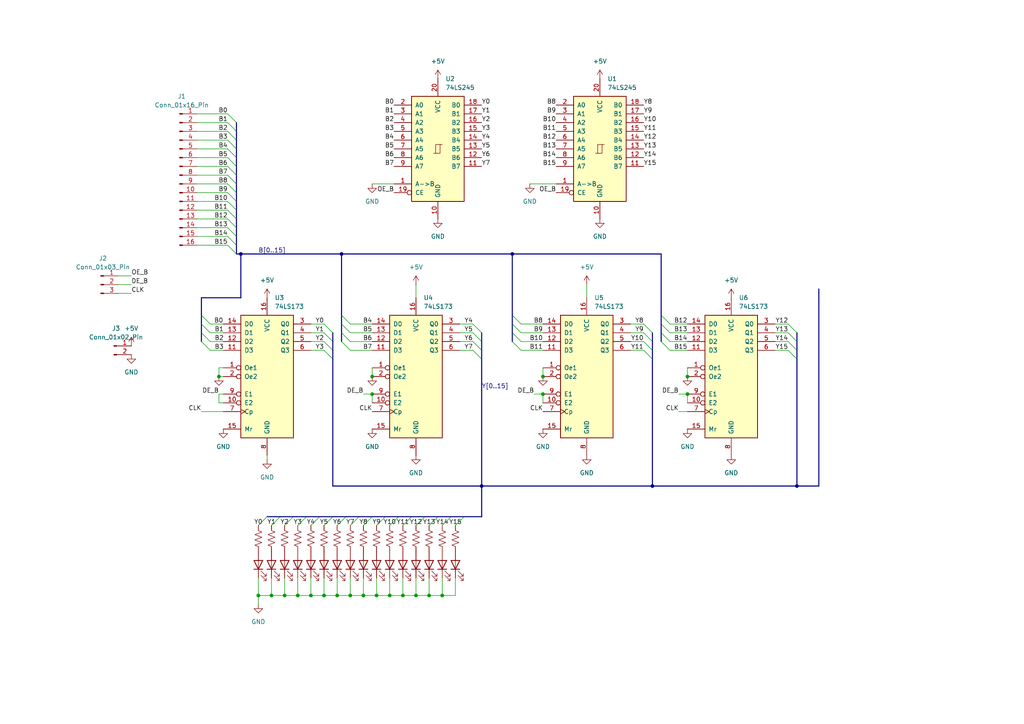
<source format=kicad_sch>
(kicad_sch (version 20231120) (generator "eeschema") (generator_version "8.0")
  (paper "A4")
  (lib_symbols
    (symbol "74xx:74LS173" (pin_names (offset 1.016))
      (property "Reference" "U" (at -7.62 19.05 0))
      (property "Value" "74LS173" (at -7.62 -19.05 0))
      (symbol "74LS173_1_0"
        (pin input inverted (at -12.7 2.54 0) (length 5.08) (name "Oe1") (number "1"))
        (pin input inverted (at -12.7 -7.62 0) (length 5.08) (name "E2") (number "10"))
        (pin input line (at -12.7 7.62 0) (length 5.08) (name "D3") (number "11"))
        (pin input line (at -12.7 10.16 0) (length 5.08) (name "D2") (number "12"))
        (pin input line (at -12.7 12.7 0) (length 5.08) (name "D1") (number "13"))
        (pin input line (at -12.7 15.24 0) (length 5.08) (name "D0") (number "14"))
        (pin input line (at -12.7 -15.24 0) (length 5.08) (name "Mr") (number "15"))
        (pin power_in line (at 0 22.86 270) (length 5.08) (name "VCC") (number "16"))
        (pin input inverted (at -12.7 0 0) (length 5.08) (name "Oe2") (number "2"))
        (pin tri_state line (at 12.7 15.24 180) (length 5.08) (name "Q0") (number "3"))
        (pin tri_state line (at 12.7 12.7 180) (length 5.08) (name "Q1") (number "4"))
        (pin tri_state line (at 12.7 10.16 180) (length 5.08) (name "Q2") (number "5"))
        (pin tri_state line (at 12.7 7.62 180) (length 5.08) (name "Q3") (number "6"))
        (pin input clock (at -12.7 -10.16 0) (length 5.08) (name "Cp") (number "7"))
        (pin power_in line (at 0 -22.86 90) (length 5.08) (name "GND") (number "8"))
        (pin input inverted (at -12.7 -5.08 0) (length 5.08) (name "E1") (number "9"))
      )
      (symbol "74LS173_1_1"
        (rectangle (start -7.62 17.78) (end 7.62 -17.78) (stroke (width 0.254)) (fill (type background)))
      )
    )
    (symbol "74xx:74LS245" (pin_names (offset 1.016))
      (property "Reference" "U" (at -7.62 16.51 0))
      (property "Value" "74LS245" (at -7.62 -16.51 0))
      (symbol "74LS245_1_0"
        (polyline (pts (xy -0.635 -1.27) (xy -0.635 1.27) (xy 0.635 1.27)))
        (polyline (pts (xy -1.27 -1.27) (xy 0.635 -1.27) (xy 0.635 1.27) (xy 1.27 1.27)))
        (pin input line (at -12.7 -10.16 0) (length 5.08) (name "A->B") (number "1"))
        (pin power_in line (at 0 -20.32 90) (length 5.08) (name "GND") (number "10"))
        (pin tri_state line (at 12.7 -5.08 180) (length 5.08) (name "B7") (number "11"))
        (pin tri_state line (at 12.7 -2.54 180) (length 5.08) (name "B6") (number "12"))
        (pin tri_state line (at 12.7 0 180) (length 5.08) (name "B5") (number "13"))
        (pin tri_state line (at 12.7 2.54 180) (length 5.08) (name "B4") (number "14"))
        (pin tri_state line (at 12.7 5.08 180) (length 5.08) (name "B3") (number "15"))
        (pin tri_state line (at 12.7 7.62 180) (length 5.08) (name "B2") (number "16"))
        (pin tri_state line (at 12.7 10.16 180) (length 5.08) (name "B1") (number "17"))
        (pin tri_state line (at 12.7 12.7 180) (length 5.08) (name "B0") (number "18"))
        (pin input inverted (at -12.7 -12.7 0) (length 5.08) (name "CE") (number "19"))
        (pin tri_state line (at -12.7 12.7 0) (length 5.08) (name "A0") (number "2"))
        (pin power_in line (at 0 20.32 270) (length 5.08) (name "VCC") (number "20"))
        (pin tri_state line (at -12.7 10.16 0) (length 5.08) (name "A1") (number "3"))
        (pin tri_state line (at -12.7 7.62 0) (length 5.08) (name "A2") (number "4"))
        (pin tri_state line (at -12.7 5.08 0) (length 5.08) (name "A3") (number "5"))
        (pin tri_state line (at -12.7 2.54 0) (length 5.08) (name "A4") (number "6"))
        (pin tri_state line (at -12.7 0 0) (length 5.08) (name "A5") (number "7"))
        (pin tri_state line (at -12.7 -2.54 0) (length 5.08) (name "A6") (number "8"))
        (pin tri_state line (at -12.7 -5.08 0) (length 5.08) (name "A7") (number "9"))
      )
      (symbol "74LS245_1_1"
        (rectangle (start -7.62 15.24) (end 7.62 -15.24) (stroke (width 0.254)) (fill (type background)))
      )
    )
    (symbol "Connector:Conn_01x02_Pin" (pin_names (offset 1.016) hide)
      (property "Reference" "J" (at 0 2.54 0))
      (property "Value" "Conn_01x02_Pin" (at 0 -5.08 0))
      (symbol "Conn_01x02_Pin_1_1"
        (polyline (pts (xy 1.27 -2.54) (xy 0.8636 -2.54)) (stroke (width 0.1524)))
        (polyline (pts (xy 1.27 0) (xy 0.8636 0)) (stroke (width 0.1524)))
        (rectangle (start 0.8636 -2.413) (end 0 -2.667) (stroke (width 0.1524)) (fill (type outline)))
        (rectangle (start 0.8636 0.127) (end 0 -0.127) (stroke (width 0.1524)) (fill (type outline)))
        (pin passive line (at 5.08 0 180) (length 3.81) (name "Pin_1") (number "1"))
        (pin passive line (at 5.08 -2.54 180) (length 3.81) (name "Pin_2") (number "2"))
      )
    )
    (symbol "Connector:Conn_01x03_Pin" (pin_names (offset 1.016) hide)
      (property "Reference" "J" (at 0 5.08 0))
      (property "Value" "Conn_01x03_Pin" (at 0 -5.08 0))
      (symbol "Conn_01x03_Pin_1_1"
        (polyline (pts (xy 1.27 -2.54) (xy 0.8636 -2.54)) (stroke (width 0.1524)))
        (polyline (pts (xy 1.27 0) (xy 0.8636 0)) (stroke (width 0.1524)))
        (polyline (pts (xy 1.27 2.54) (xy 0.8636 2.54)) (stroke (width 0.1524)))
        (rectangle (start 0.8636 -2.413) (end 0 -2.667) (stroke (width 0.1524)) (fill (type outline)))
        (rectangle (start 0.8636 0.127) (end 0 -0.127) (stroke (width 0.1524)) (fill (type outline)))
        (rectangle (start 0.8636 2.667) (end 0 2.413) (stroke (width 0.1524)) (fill (type outline)))
        (pin passive line (at 5.08 2.54 180) (length 3.81) (name "Pin_1") (number "1"))
        (pin passive line (at 5.08 0 180) (length 3.81) (name "Pin_2") (number "2"))
        (pin passive line (at 5.08 -2.54 180) (length 3.81) (name "Pin_3") (number "3"))
      )
    )
    (symbol "Connector:Conn_01x16_Pin" (pin_names (offset 1.016) hide)
      (property "Reference" "J" (at 0 20.32 0))
      (property "Value" "Conn_01x16_Pin" (at 0 -22.86 0))
      (symbol "Conn_01x16_Pin_1_1"
        (polyline (pts (xy 1.27 -20.32) (xy 0.8636 -20.32)) (stroke (width 0.1524)))
        (polyline (pts (xy 1.27 -17.78) (xy 0.8636 -17.78)) (stroke (width 0.1524)))
        (polyline (pts (xy 1.27 -15.24) (xy 0.8636 -15.24)) (stroke (width 0.1524)))
        (polyline (pts (xy 1.27 -12.7) (xy 0.8636 -12.7)) (stroke (width 0.1524)))
        (polyline (pts (xy 1.27 -10.16) (xy 0.8636 -10.16)) (stroke (width 0.1524)))
        (polyline (pts (xy 1.27 -7.62) (xy 0.8636 -7.62)) (stroke (width 0.1524)))
        (polyline (pts (xy 1.27 -5.08) (xy 0.8636 -5.08)) (stroke (width 0.1524)))
        (polyline (pts (xy 1.27 -2.54) (xy 0.8636 -2.54)) (stroke (width 0.1524)))
        (polyline (pts (xy 1.27 0) (xy 0.8636 0)) (stroke (width 0.1524)))
        (polyline (pts (xy 1.27 2.54) (xy 0.8636 2.54)) (stroke (width 0.1524)))
        (polyline (pts (xy 1.27 5.08) (xy 0.8636 5.08)) (stroke (width 0.1524)))
        (polyline (pts (xy 1.27 7.62) (xy 0.8636 7.62)) (stroke (width 0.1524)))
        (polyline (pts (xy 1.27 10.16) (xy 0.8636 10.16)) (stroke (width 0.1524)))
        (polyline (pts (xy 1.27 12.7) (xy 0.8636 12.7)) (stroke (width 0.1524)))
        (polyline (pts (xy 1.27 15.24) (xy 0.8636 15.24)) (stroke (width 0.1524)))
        (polyline (pts (xy 1.27 17.78) (xy 0.8636 17.78)) (stroke (width 0.1524)))
        (rectangle (start 0.8636 -20.193) (end 0 -20.447) (stroke (width 0.1524)) (fill (type outline)))
        (rectangle (start 0.8636 -17.653) (end 0 -17.907) (stroke (width 0.1524)) (fill (type outline)))
        (rectangle (start 0.8636 -15.113) (end 0 -15.367) (stroke (width 0.1524)) (fill (type outline)))
        (rectangle (start 0.8636 -12.573) (end 0 -12.827) (stroke (width 0.1524)) (fill (type outline)))
        (rectangle (start 0.8636 -10.033) (end 0 -10.287) (stroke (width 0.1524)) (fill (type outline)))
        (rectangle (start 0.8636 -7.493) (end 0 -7.747) (stroke (width 0.1524)) (fill (type outline)))
        (rectangle (start 0.8636 -4.953) (end 0 -5.207) (stroke (width 0.1524)) (fill (type outline)))
        (rectangle (start 0.8636 -2.413) (end 0 -2.667) (stroke (width 0.1524)) (fill (type outline)))
        (rectangle (start 0.8636 0.127) (end 0 -0.127) (stroke (width 0.1524)) (fill (type outline)))
        (rectangle (start 0.8636 2.667) (end 0 2.413) (stroke (width 0.1524)) (fill (type outline)))
        (rectangle (start 0.8636 5.207) (end 0 4.953) (stroke (width 0.1524)) (fill (type outline)))
        (rectangle (start 0.8636 7.747) (end 0 7.493) (stroke (width 0.1524)) (fill (type outline)))
        (rectangle (start 0.8636 10.287) (end 0 10.033) (stroke (width 0.1524)) (fill (type outline)))
        (rectangle (start 0.8636 12.827) (end 0 12.573) (stroke (width 0.1524)) (fill (type outline)))
        (rectangle (start 0.8636 15.367) (end 0 15.113) (stroke (width 0.1524)) (fill (type outline)))
        (rectangle (start 0.8636 17.907) (end 0 17.653) (stroke (width 0.1524)) (fill (type outline)))
        (pin passive line (at 5.08 17.78 180) (length 3.81) (name "Pin_1") (number "1"))
        (pin passive line (at 5.08 -5.08 180) (length 3.81) (name "Pin_10") (number "10"))
        (pin passive line (at 5.08 -7.62 180) (length 3.81) (name "Pin_11") (number "11"))
        (pin passive line (at 5.08 -10.16 180) (length 3.81) (name "Pin_12") (number "12"))
        (pin passive line (at 5.08 -12.7 180) (length 3.81) (name "Pin_13") (number "13"))
        (pin passive line (at 5.08 -15.24 180) (length 3.81) (name "Pin_14") (number "14"))
        (pin passive line (at 5.08 -17.78 180) (length 3.81) (name "Pin_15") (number "15"))
        (pin passive line (at 5.08 -20.32 180) (length 3.81) (name "Pin_16") (number "16"))
        (pin passive line (at 5.08 15.24 180) (length 3.81) (name "Pin_2") (number "2"))
        (pin passive line (at 5.08 12.7 180) (length 3.81) (name "Pin_3") (number "3"))
        (pin passive line (at 5.08 10.16 180) (length 3.81) (name "Pin_4") (number "4"))
        (pin passive line (at 5.08 7.62 180) (length 3.81) (name "Pin_5") (number "5"))
        (pin passive line (at 5.08 5.08 180) (length 3.81) (name "Pin_6") (number "6"))
        (pin passive line (at 5.08 2.54 180) (length 3.81) (name "Pin_7") (number "7"))
        (pin passive line (at 5.08 0 180) (length 3.81) (name "Pin_8") (number "8"))
        (pin passive line (at 5.08 -2.54 180) (length 3.81) (name "Pin_9") (number "9"))
      )
    )
    (symbol "Device:LED" (pin_numbers hide) (pin_names (offset 1.016) hide)
      (property "Reference" "D" (at 0 2.54 0))
      (property "Value" "LED" (at 0 -2.54 0))
      (symbol "LED_0_1"
        (polyline (pts (xy -1.27 -1.27) (xy -1.27 1.27)) (stroke (width 0.254)))
        (polyline (pts (xy -1.27 0) (xy 1.27 0)))
        (polyline (pts (xy 1.27 -1.27) (xy 1.27 1.27) (xy -1.27 0) (xy 1.27 -1.27)) (stroke (width 0.254)))
        (polyline (pts (xy -3.048 -0.762) (xy -4.572 -2.286) (xy -3.81 -2.286) (xy -4.572 -2.286) (xy -4.572 -1.524)))
        (polyline (pts (xy -1.778 -0.762) (xy -3.302 -2.286) (xy -2.54 -2.286) (xy -3.302 -2.286) (xy -3.302 -1.524)))
      )
      (symbol "LED_1_1"
        (pin passive line (at -3.81 0 0) (length 2.54) (name "K") (number "1"))
        (pin passive line (at 3.81 0 180) (length 2.54) (name "A") (number "2"))
      )
    )
    (symbol "Device:R_US" (pin_numbers hide) (pin_names (offset 0))
      (property "Reference" "R" (at 2.54 0 90))
      (property "Value" "R_US" (at -2.54 0 90))
      (symbol "R_US_0_1"
        (polyline (pts (xy 0 -2.286) (xy 0 -2.54)))
        (polyline (pts (xy 0 2.286) (xy 0 2.54)))
        (polyline (pts (xy 0 -0.762) (xy 1.016 -1.143) (xy 0 -1.524) (xy -1.016 -1.905) (xy 0 -2.286)))
        (polyline (pts (xy 0 0.762) (xy 1.016 0.381) (xy 0 0) (xy -1.016 -0.381) (xy 0 -0.762)))
        (polyline (pts (xy 0 2.286) (xy 1.016 1.905) (xy 0 1.524) (xy -1.016 1.143) (xy 0 0.762)))
      )
      (symbol "R_US_1_1"
        (pin passive line (at 0 3.81 270) (length 1.27) (name "~") (number "1"))
        (pin passive line (at 0 -3.81 90) (length 1.27) (name "~") (number "2"))
      )
    )
    (symbol "power:+5V" (power) (pin_numbers hide) (pin_names (offset 0) hide)
      (property "Value" "+5V" (at 0 3.556 0))
      (symbol "+5V_0_1"
        (polyline (pts (xy -0.762 1.27) (xy 0 2.54)))
        (polyline (pts (xy 0 0) (xy 0 2.54)))
        (polyline (pts (xy 0 2.54) (xy 0.762 1.27)))
      )
      (symbol "+5V_1_1"
        (pin power_in line (at 0 0 90) (length 0) (name "~") (number "1"))
      )
    )
    (symbol "power:GND" (power) (pin_numbers hide) (pin_names (offset 0) hide)
      (property "Value" "GND" (at 0 -3.81 0))
      (symbol "GND_0_1"
        (polyline (pts (xy 0 0) (xy 0 -1.27) (xy 1.27 -1.27) (xy 0 -2.54) (xy -1.27 -1.27) (xy 0 -1.27)))
      )
      (symbol "GND_1_1"
        (pin power_in line (at 0 0 270) (length 0) (name "~") (number "1"))
      )
    )
  )
  (junction (at 120.65 172.72))
  (junction (at 139.7 140.97))
  (junction (at 124.46 172.72))
  (junction (at 63.5 109.22))
  (junction (at 231.14 140.97))
  (junction (at 97.79 172.72))
  (junction (at 74.93 172.72))
  (junction (at 78.74 172.72))
  (junction (at 157.48 114.3))
  (junction (at 157.48 109.22))
  (junction (at 148.59 73.66))
  (junction (at 113.03 172.72))
  (junction (at 86.36 172.72))
  (junction (at 199.39 109.22))
  (junction (at 101.6 172.72))
  (junction (at 107.95 114.3))
  (junction (at 99.06 73.66))
  (junction (at 105.41 172.72))
  (junction (at 116.84 172.72))
  (junction (at 128.27 172.72))
  (junction (at 109.22 172.72))
  (junction (at 199.39 114.3))
  (junction (at 90.17 172.72))
  (junction (at 93.98 172.72))
  (junction (at 189.23 140.97))
  (junction (at 107.95 109.22))
  (junction (at 82.55 172.72))
  (junction (at 69.85 73.66))
  (bus_entry (at 113.03 152.4) (size 2.54 -2.54))
  (bus_entry (at 82.55 152.4) (size 2.54 -2.54))
  (bus_entry (at 151.13 96.52) (size -2.54 -2.54))
  (bus_entry (at 101.6 93.98) (size -2.54 -2.54))
  (bus_entry (at 186.69 96.52) (size 2.54 2.54))
  (bus_entry (at 186.69 93.98) (size 2.54 2.54))
  (bus_entry (at 194.31 93.98) (size -2.54 -2.54))
  (bus_entry (at 137.16 93.98) (size 2.54 2.54))
  (bus_entry (at 101.6 96.52) (size -2.54 -2.54))
  (bus_entry (at 194.31 96.52) (size -2.54 -2.54))
  (bus_entry (at 101.6 101.6) (size -2.54 -2.54))
  (bus_entry (at 137.16 96.52) (size 2.54 2.54))
  (bus_entry (at 101.6 99.06) (size -2.54 -2.54))
  (bus_entry (at 93.98 99.06) (size 2.54 2.54))
  (bus_entry (at 66.04 50.8) (size 2.54 2.54))
  (bus_entry (at 228.6 99.06) (size 2.54 2.54))
  (bus_entry (at 66.04 40.64) (size 2.54 2.54))
  (bus_entry (at 116.84 152.4) (size 2.54 -2.54))
  (bus_entry (at 151.13 99.06) (size -2.54 -2.54))
  (bus_entry (at 109.22 152.4) (size 2.54 -2.54))
  (bus_entry (at 66.04 35.56) (size 2.54 2.54))
  (bus_entry (at 66.04 45.72) (size 2.54 2.54))
  (bus_entry (at 132.08 152.4) (size 2.54 -2.54))
  (bus_entry (at 66.04 60.96) (size 2.54 2.54))
  (bus_entry (at 60.96 93.98) (size -2.54 -2.54))
  (bus_entry (at 66.04 53.34) (size 2.54 2.54))
  (bus_entry (at 128.27 152.4) (size 2.54 -2.54))
  (bus_entry (at 66.04 68.58) (size 2.54 2.54))
  (bus_entry (at 60.96 99.06) (size -2.54 -2.54))
  (bus_entry (at 60.96 101.6) (size -2.54 -2.54))
  (bus_entry (at 228.6 101.6) (size 2.54 2.54))
  (bus_entry (at 78.74 152.4) (size 2.54 -2.54))
  (bus_entry (at 105.41 152.4) (size 2.54 -2.54))
  (bus_entry (at 86.36 152.4) (size 2.54 -2.54))
  (bus_entry (at 66.04 48.26) (size 2.54 2.54))
  (bus_entry (at 66.04 38.1) (size 2.54 2.54))
  (bus_entry (at 66.04 71.12) (size 2.54 2.54))
  (bus_entry (at 228.6 93.98) (size 2.54 2.54))
  (bus_entry (at 151.13 93.98) (size -2.54 -2.54))
  (bus_entry (at 66.04 66.04) (size 2.54 2.54))
  (bus_entry (at 137.16 101.6) (size 2.54 2.54))
  (bus_entry (at 66.04 55.88) (size 2.54 2.54))
  (bus_entry (at 151.13 101.6) (size -2.54 -2.54))
  (bus_entry (at 194.31 101.6) (size -2.54 -2.54))
  (bus_entry (at 66.04 43.18) (size 2.54 2.54))
  (bus_entry (at 66.04 58.42) (size 2.54 2.54))
  (bus_entry (at 137.16 99.06) (size 2.54 2.54))
  (bus_entry (at 66.04 33.02) (size 2.54 2.54))
  (bus_entry (at 101.6 152.4) (size 2.54 -2.54))
  (bus_entry (at 186.69 101.6) (size 2.54 2.54))
  (bus_entry (at 186.69 99.06) (size 2.54 2.54))
  (bus_entry (at 93.98 96.52) (size 2.54 2.54))
  (bus_entry (at 228.6 96.52) (size 2.54 2.54))
  (bus_entry (at 124.46 152.4) (size 2.54 -2.54))
  (bus_entry (at 90.17 152.4) (size 2.54 -2.54))
  (bus_entry (at 60.96 96.52) (size -2.54 -2.54))
  (bus_entry (at 120.65 152.4) (size 2.54 -2.54))
  (bus_entry (at 194.31 99.06) (size -2.54 -2.54))
  (bus_entry (at 93.98 152.4) (size 2.54 -2.54))
  (bus_entry (at 74.93 152.4) (size 2.54 -2.54))
  (bus_entry (at 93.98 93.98) (size 2.54 2.54))
  (bus_entry (at 66.04 63.5) (size 2.54 2.54))
  (bus_entry (at 97.79 152.4) (size 2.54 -2.54))
  (bus_entry (at 93.98 101.6) (size 2.54 2.54))
  (bus (pts (xy 68.58 71.12) (xy 68.58 73.66)))
  (wire (pts (xy 107.95 53.34) (xy 114.3 53.34)))
  (bus (pts (xy 58.42 96.52) (xy 58.42 93.98)))
  (wire (pts (xy 90.17 101.6) (xy 93.98 101.6)))
  (wire (pts (xy 105.41 172.72) (xy 101.6 172.72)))
  (wire (pts (xy 153.67 53.34) (xy 161.29 53.34)))
  (wire (pts (xy 199.39 109.22) (xy 199.39 106.68)))
  (bus (pts (xy 92.71 149.86) (xy 96.52 149.86)))
  (bus (pts (xy 68.58 45.72) (xy 68.58 48.26)))
  (bus (pts (xy 231.14 104.14) (xy 231.14 140.97)))
  (wire (pts (xy 60.96 99.06) (xy 64.77 99.06)))
  (bus (pts (xy 68.58 73.66) (xy 69.85 73.66)))
  (bus (pts (xy 191.77 96.52) (xy 191.77 99.06)))
  (wire (pts (xy 74.93 172.72) (xy 74.93 175.26)))
  (wire (pts (xy 151.13 101.6) (xy 157.48 101.6)))
  (bus (pts (xy 96.52 140.97) (xy 139.7 140.97)))
  (bus (pts (xy 115.57 149.86) (xy 119.38 149.86)))
  (bus (pts (xy 191.77 91.44) (xy 191.77 93.98)))
  (wire (pts (xy 101.6 167.64) (xy 101.6 172.72)))
  (bus (pts (xy 139.7 140.97) (xy 189.23 140.97)))
  (wire (pts (xy 60.96 93.98) (xy 64.77 93.98)))
  (bus (pts (xy 139.7 99.06) (xy 139.7 101.6)))
  (wire (pts (xy 128.27 172.72) (xy 124.46 172.72)))
  (bus (pts (xy 107.95 149.86) (xy 111.76 149.86)))
  (wire (pts (xy 86.36 172.72) (xy 82.55 172.72)))
  (wire (pts (xy 90.17 96.52) (xy 93.98 96.52)))
  (bus (pts (xy 58.42 91.44) (xy 58.42 86.36)))
  (wire (pts (xy 63.5 109.22) (xy 64.77 109.22)))
  (bus (pts (xy 58.42 86.36) (xy 69.85 86.36)))
  (bus (pts (xy 99.06 96.52) (xy 99.06 99.06)))
  (wire (pts (xy 101.6 101.6) (xy 107.95 101.6)))
  (wire (pts (xy 74.93 167.64) (xy 74.93 172.72)))
  (wire (pts (xy 120.65 172.72) (xy 116.84 172.72)))
  (wire (pts (xy 109.22 167.64) (xy 109.22 172.72)))
  (wire (pts (xy 224.79 101.6) (xy 228.6 101.6)))
  (bus (pts (xy 69.85 73.66) (xy 99.06 73.66)))
  (bus (pts (xy 88.9 149.86) (xy 92.71 149.86)))
  (bus (pts (xy 81.28 149.86) (xy 85.09 149.86)))
  (wire (pts (xy 120.65 82.55) (xy 120.65 86.36)))
  (bus (pts (xy 127 149.86) (xy 130.81 149.86)))
  (wire (pts (xy 199.39 114.3) (xy 196.85 114.3)))
  (wire (pts (xy 86.36 167.64) (xy 86.36 172.72)))
  (wire (pts (xy 57.15 71.12) (xy 66.04 71.12)))
  (wire (pts (xy 116.84 167.64) (xy 116.84 172.72)))
  (bus (pts (xy 100.33 149.86) (xy 104.14 149.86)))
  (bus (pts (xy 191.77 93.98) (xy 191.77 96.52)))
  (wire (pts (xy 57.15 35.56) (xy 66.04 35.56)))
  (wire (pts (xy 151.13 99.06) (xy 157.48 99.06)))
  (bus (pts (xy 68.58 38.1) (xy 68.58 40.64)))
  (wire (pts (xy 57.15 63.5) (xy 66.04 63.5)))
  (bus (pts (xy 139.7 104.14) (xy 139.7 140.97)))
  (wire (pts (xy 57.15 48.26) (xy 66.04 48.26)))
  (wire (pts (xy 107.95 116.84) (xy 107.95 114.3)))
  (bus (pts (xy 231.14 140.97) (xy 237.49 140.97)))
  (wire (pts (xy 57.15 68.58) (xy 66.04 68.58)))
  (wire (pts (xy 90.17 93.98) (xy 93.98 93.98)))
  (wire (pts (xy 38.1 82.55) (xy 34.29 82.55)))
  (wire (pts (xy 113.03 167.64) (xy 113.03 172.72)))
  (bus (pts (xy 96.52 149.86) (xy 100.33 149.86)))
  (wire (pts (xy 101.6 96.52) (xy 107.95 96.52)))
  (bus (pts (xy 134.62 149.86) (xy 139.7 149.86)))
  (bus (pts (xy 68.58 40.64) (xy 68.58 43.18)))
  (wire (pts (xy 63.5 106.68) (xy 63.5 109.22)))
  (wire (pts (xy 60.96 96.52) (xy 64.77 96.52)))
  (wire (pts (xy 113.03 172.72) (xy 109.22 172.72)))
  (bus (pts (xy 99.06 91.44) (xy 99.06 93.98)))
  (wire (pts (xy 101.6 99.06) (xy 107.95 99.06)))
  (wire (pts (xy 224.79 93.98) (xy 228.6 93.98)))
  (bus (pts (xy 68.58 60.96) (xy 68.58 63.5)))
  (wire (pts (xy 194.31 99.06) (xy 199.39 99.06)))
  (bus (pts (xy 68.58 58.42) (xy 68.58 60.96)))
  (wire (pts (xy 151.13 93.98) (xy 157.48 93.98)))
  (wire (pts (xy 57.15 58.42) (xy 66.04 58.42)))
  (bus (pts (xy 104.14 149.86) (xy 107.95 149.86)))
  (wire (pts (xy 151.13 96.52) (xy 157.48 96.52)))
  (wire (pts (xy 60.96 101.6) (xy 64.77 101.6)))
  (bus (pts (xy 68.58 53.34) (xy 68.58 55.88)))
  (bus (pts (xy 189.23 96.52) (xy 189.23 99.06)))
  (wire (pts (xy 199.39 116.84) (xy 199.39 114.3)))
  (wire (pts (xy 90.17 172.72) (xy 86.36 172.72)))
  (wire (pts (xy 157.48 109.22) (xy 157.48 106.68)))
  (wire (pts (xy 93.98 172.72) (xy 90.17 172.72)))
  (wire (pts (xy 78.74 172.72) (xy 74.93 172.72)))
  (bus (pts (xy 123.19 149.86) (xy 127 149.86)))
  (wire (pts (xy 182.88 101.6) (xy 186.69 101.6)))
  (bus (pts (xy 96.52 99.06) (xy 96.52 101.6)))
  (wire (pts (xy 133.35 101.6) (xy 137.16 101.6)))
  (bus (pts (xy 111.76 149.86) (xy 115.57 149.86)))
  (bus (pts (xy 96.52 96.52) (xy 96.52 99.06)))
  (bus (pts (xy 231.14 99.06) (xy 231.14 101.6)))
  (wire (pts (xy 82.55 167.64) (xy 82.55 172.72)))
  (wire (pts (xy 132.08 167.64) (xy 132.08 172.72)))
  (bus (pts (xy 99.06 93.98) (xy 99.06 96.52)))
  (bus (pts (xy 68.58 55.88) (xy 68.58 58.42)))
  (wire (pts (xy 194.31 93.98) (xy 199.39 93.98)))
  (bus (pts (xy 189.23 104.14) (xy 189.23 140.97)))
  (bus (pts (xy 130.81 149.86) (xy 134.62 149.86)))
  (bus (pts (xy 68.58 48.26) (xy 68.58 50.8)))
  (bus (pts (xy 148.59 91.44) (xy 148.59 93.98)))
  (wire (pts (xy 182.88 93.98) (xy 186.69 93.98)))
  (wire (pts (xy 90.17 167.64) (xy 90.17 172.72)))
  (bus (pts (xy 148.59 96.52) (xy 148.59 99.06)))
  (wire (pts (xy 57.15 60.96) (xy 66.04 60.96)))
  (wire (pts (xy 194.31 96.52) (xy 199.39 96.52)))
  (wire (pts (xy 57.15 66.04) (xy 66.04 66.04)))
  (bus (pts (xy 139.7 96.52) (xy 139.7 99.06)))
  (wire (pts (xy 199.39 119.38) (xy 196.85 119.38)))
  (bus (pts (xy 139.7 101.6) (xy 139.7 104.14)))
  (wire (pts (xy 63.5 114.3) (xy 63.5 116.84)))
  (wire (pts (xy 82.55 172.72) (xy 78.74 172.72)))
  (wire (pts (xy 57.15 33.02) (xy 66.04 33.02)))
  (wire (pts (xy 124.46 167.64) (xy 124.46 172.72)))
  (bus (pts (xy 237.49 83.82) (xy 237.49 140.97)))
  (wire (pts (xy 64.77 106.68) (xy 63.5 106.68)))
  (wire (pts (xy 57.15 40.64) (xy 66.04 40.64)))
  (bus (pts (xy 68.58 50.8) (xy 68.58 53.34)))
  (bus (pts (xy 148.59 91.44) (xy 148.59 73.66)))
  (wire (pts (xy 157.48 116.84) (xy 157.48 114.3)))
  (bus (pts (xy 69.85 86.36) (xy 69.85 73.66)))
  (bus (pts (xy 148.59 93.98) (xy 148.59 96.52)))
  (wire (pts (xy 133.35 93.98) (xy 137.16 93.98)))
  (wire (pts (xy 132.08 172.72) (xy 128.27 172.72)))
  (wire (pts (xy 97.79 167.64) (xy 97.79 172.72)))
  (wire (pts (xy 128.27 167.64) (xy 128.27 172.72)))
  (bus (pts (xy 58.42 93.98) (xy 58.42 91.44)))
  (bus (pts (xy 99.06 73.66) (xy 99.06 91.44)))
  (bus (pts (xy 189.23 99.06) (xy 189.23 101.6)))
  (bus (pts (xy 99.06 73.66) (xy 148.59 73.66)))
  (wire (pts (xy 101.6 93.98) (xy 107.95 93.98)))
  (bus (pts (xy 96.52 101.6) (xy 96.52 104.14)))
  (wire (pts (xy 77.47 133.35) (xy 77.47 132.08)))
  (wire (pts (xy 170.18 82.55) (xy 170.18 86.36)))
  (wire (pts (xy 63.5 116.84) (xy 64.77 116.84)))
  (wire (pts (xy 97.79 172.72) (xy 93.98 172.72)))
  (bus (pts (xy 68.58 63.5) (xy 68.58 66.04)))
  (bus (pts (xy 85.09 149.86) (xy 88.9 149.86)))
  (wire (pts (xy 194.31 101.6) (xy 199.39 101.6)))
  (wire (pts (xy 116.84 172.72) (xy 113.03 172.72)))
  (wire (pts (xy 224.79 99.06) (xy 228.6 99.06)))
  (wire (pts (xy 93.98 167.64) (xy 93.98 172.72)))
  (wire (pts (xy 38.1 85.09) (xy 34.29 85.09)))
  (bus (pts (xy 119.38 149.86) (xy 123.19 149.86)))
  (wire (pts (xy 109.22 172.72) (xy 105.41 172.72)))
  (bus (pts (xy 189.23 140.97) (xy 231.14 140.97)))
  (wire (pts (xy 157.48 114.3) (xy 154.94 114.3)))
  (wire (pts (xy 124.46 172.72) (xy 120.65 172.72)))
  (bus (pts (xy 148.59 73.66) (xy 191.77 73.66)))
  (wire (pts (xy 107.95 109.22) (xy 107.95 106.68)))
  (bus (pts (xy 58.42 99.06) (xy 58.42 96.52)))
  (bus (pts (xy 139.7 149.86) (xy 139.7 140.97)))
  (wire (pts (xy 90.17 99.06) (xy 93.98 99.06)))
  (bus (pts (xy 231.14 101.6) (xy 231.14 104.14)))
  (wire (pts (xy 57.15 45.72) (xy 66.04 45.72)))
  (wire (pts (xy 107.95 114.3) (xy 105.41 114.3)))
  (wire (pts (xy 57.15 38.1) (xy 66.04 38.1)))
  (bus (pts (xy 68.58 35.56) (xy 68.58 38.1)))
  (bus (pts (xy 68.58 68.58) (xy 68.58 71.12)))
  (wire (pts (xy 57.15 50.8) (xy 66.04 50.8)))
  (wire (pts (xy 101.6 172.72) (xy 97.79 172.72)))
  (wire (pts (xy 57.15 53.34) (xy 66.04 53.34)))
  (wire (pts (xy 133.35 99.06) (xy 137.16 99.06)))
  (bus (pts (xy 191.77 73.66) (xy 191.77 91.44)))
  (bus (pts (xy 77.47 149.86) (xy 81.28 149.86)))
  (bus (pts (xy 189.23 101.6) (xy 189.23 104.14)))
  (wire (pts (xy 182.88 99.06) (xy 186.69 99.06)))
  (wire (pts (xy 133.35 96.52) (xy 137.16 96.52)))
  (bus (pts (xy 96.52 104.14) (xy 96.52 140.97)))
  (bus (pts (xy 68.58 43.18) (xy 68.58 45.72)))
  (wire (pts (xy 182.88 96.52) (xy 186.69 96.52)))
  (wire (pts (xy 58.42 119.38) (xy 64.77 119.38)))
  (wire (pts (xy 224.79 96.52) (xy 228.6 96.52)))
  (wire (pts (xy 105.41 167.64) (xy 105.41 172.72)))
  (bus (pts (xy 231.14 96.52) (xy 231.14 99.06)))
  (wire (pts (xy 63.5 114.3) (xy 64.77 114.3)))
  (bus (pts (xy 68.58 66.04) (xy 68.58 68.58)))
  (wire (pts (xy 78.74 167.64) (xy 78.74 172.72)))
  (wire (pts (xy 57.15 55.88) (xy 66.04 55.88)))
  (wire (pts (xy 120.65 167.64) (xy 120.65 172.72)))
  (wire (pts (xy 38.1 80.01) (xy 34.29 80.01)))
  (wire (pts (xy 57.15 43.18) (xy 66.04 43.18)))
  (label "Y4" (at 137.16 93.98 180))
  (label "B13" (at 161.29 43.18 180))
  (label "CLK" (at 157.48 119.38 180))
  (label "Y2" (at 82.55 152.4 0))
  (label "B5" (at 114.3 43.18 180))
  (label "DE_B" (at 38.1 82.55 0))
  (label "B4" (at 66.04 43.18 180))
  (label "Y4" (at 90.17 152.4 0))
  (label "B13" (at 199.39 96.52 180))
  (label "B15" (at 161.29 48.26 180))
  (label "B7" (at 114.3 48.26 180))
  (label "Y13" (at 186.69 43.18 0))
  (label "B6" (at 66.04 48.26 180))
  (label "B7" (at 107.95 101.6 180))
  (label "B4" (at 114.3 40.64 180))
  (label "Y10" (at 186.69 99.06 180))
  (label "Y6" (at 139.7 45.72 0))
  (label "B14" (at 199.39 99.06 180))
  (label "Y12" (at 120.65 152.4 0))
  (label "B9" (at 157.48 96.52 180))
  (label "B0" (at 64.77 93.98 180))
  (label "B10" (at 161.29 35.56 180))
  (label "Y2" (at 93.98 99.06 180))
  (label "B15" (at 66.04 71.12 180))
  (label "CLK" (at 107.95 119.38 180))
  (label "OE_B" (at 114.3 55.88 180))
  (label "OE_B" (at 161.29 55.88 180))
  (label "B8" (at 157.48 93.98 180))
  (label "B12" (at 161.29 40.64 180))
  (label "B10" (at 66.04 58.42 180))
  (label "Y13" (at 228.6 96.52 180))
  (label "B9" (at 66.04 55.88 180))
  (label "Y8" (at 186.69 93.98 180))
  (label "Y8" (at 186.69 30.48 0))
  (label "B2" (at 66.04 38.1 180))
  (label "DE_B" (at 63.5 114.3 180))
  (label "Y5" (at 93.98 152.4 0))
  (label "B10" (at 157.48 99.06 180))
  (label "B12" (at 66.04 63.5 180))
  (label "Y6" (at 137.16 99.06 180))
  (label "Y15" (at 228.6 101.6 180))
  (label "B1" (at 114.3 33.02 180))
  (label "B8" (at 66.04 53.34 180))
  (label "Y0" (at 93.98 93.98 180))
  (label "Y11" (at 186.69 101.6 180))
  (label "CLK" (at 58.42 119.38 180))
  (label "B3" (at 114.3 38.1 180))
  (label "Y3" (at 86.36 152.4 0))
  (label "Y[0..15]" (at 139.7 113.03 0))
  (label "B5" (at 107.95 96.52 180))
  (label "B[0..15]" (at 74.93 73.66 0))
  (label "B6" (at 107.95 99.06 180))
  (label "B15" (at 199.39 101.6 180))
  (label "Y14" (at 186.69 45.72 0))
  (label "B5" (at 66.04 45.72 180))
  (label "Y4" (at 139.7 40.64 0))
  (label "B4" (at 107.95 93.98 180))
  (label "Y10" (at 113.03 152.4 0))
  (label "Y11" (at 186.69 38.1 0))
  (label "CLK" (at 196.85 119.38 180))
  (label "Y7" (at 137.16 101.6 180))
  (label "CLK" (at 38.1 85.09 0))
  (label "B2" (at 62.23 99.06 0))
  (label "B11" (at 161.29 38.1 180))
  (label "Y0" (at 74.93 152.4 0))
  (label "Y8" (at 105.41 152.4 0))
  (label "Y6" (at 97.79 152.4 0))
  (label "B12" (at 199.39 93.98 180))
  (label "B3" (at 62.23 101.6 0))
  (label "Y7" (at 139.7 48.26 0))
  (label "Y14" (at 228.6 99.06 180))
  (label "Y10" (at 186.69 35.56 0))
  (label "B2" (at 114.3 35.56 180))
  (label "B8" (at 161.29 30.48 180))
  (label "Y7" (at 101.6 152.4 0))
  (label "Y2" (at 139.7 35.56 0))
  (label "Y1" (at 78.74 152.4 0))
  (label "DE_B" (at 105.41 114.3 180))
  (label "Y5" (at 139.7 43.18 0))
  (label "B0" (at 114.3 30.48 180))
  (label "DE_B" (at 154.94 114.3 180))
  (label "B14" (at 161.29 45.72 180))
  (label "B14" (at 66.04 68.58 180))
  (label "B0" (at 66.04 33.02 180))
  (label "B7" (at 66.04 50.8 180))
  (label "B13" (at 66.04 66.04 180))
  (label "Y9" (at 186.69 96.52 180))
  (label "DE_B" (at 196.85 114.3 180))
  (label "Y3" (at 139.7 38.1 0))
  (label "Y3" (at 93.98 101.6 180))
  (label "B11" (at 66.04 60.96 180))
  (label "Y1" (at 139.7 33.02 0))
  (label "B3" (at 66.04 40.64 180))
  (label "B11" (at 157.48 101.6 180))
  (label "Y9" (at 186.69 33.02 0))
  (label "OE_B" (at 38.1 80.01 0))
  (label "Y15" (at 186.69 48.26 0))
  (label "Y5" (at 137.16 96.52 180))
  (label "B1" (at 62.23 96.52 0))
  (label "Y1" (at 93.98 96.52 180))
  (label "Y12" (at 228.6 93.98 180))
  (label "Y0" (at 139.7 30.48 0))
  (label "Y11" (at 116.84 152.4 0))
  (label "B1" (at 66.04 35.56 180))
  (label "B6" (at 114.3 45.72 180))
  (label "Y14" (at 128.27 152.4 0))
  (label "Y15" (at 132.08 152.4 0))
  (label "Y9" (at 109.22 152.4 0))
  (label "Y13" (at 124.46 152.4 0))
  (label "B9" (at 161.29 33.02 180))
  (label "Y12" (at 186.69 40.64 0))
  (symbol (lib_id "74xx:74LS245") (at 127 43.18 0) (unit 1)
    (property "Reference" "U2" (at 129.1941 22.86 0) (effects (justify left)))
    (property "Value" "74LS245" (at 129.1941 25.4 0) (effects (justify left)))
    (property "Footprint" "Package_DIP:DIP-20_W7.62mm" (effects (hide yes)))
    (property "Datasheet" "http://www.ti.com/lit/gpn/sn74LS245" (effects (hide yes)))
    (property "Description" "Octal BUS Transceivers, 3-State outputs" (effects (hide yes)))
  )
  (symbol (lib_id "74xx:74LS173") (at 77.47 109.22 0) (unit 1)
    (property "Reference" "U3" (at 79.6641 86.36 0) (effects (justify left)))
    (property "Value" "74LS173" (at 79.6641 88.9 0) (effects (justify left)))
    (property "Footprint" "Package_DIP:DIP-16_W7.62mm" (effects (hide yes)))
    (property "Datasheet" "http://www.ti.com/lit/gpn/sn74LS173" (effects (hide yes)))
    (property "Description" "4-bit D-type Register, 3 state out" (effects (hide yes)))
  )
  (symbol (lib_id "Device:LED") (at 90.17 163.83 90) (unit 1)
    (property "Reference" "D5" (effects (hide yes)))
    (property "Value" "LED" (effects (hide yes)))
    (property "Footprint" "LED_THT:LED_Rectangular_W3.0mm_H2.0mm" (effects (hide yes)))
    (property "Description" "Light emitting diode" (effects (hide yes)))
  )
  (symbol (lib_id "power:GND") (at 170.18 132.08 0) (unit 1)
    (property "Reference" "#PWR012" (effects (hide yes)))
    (property "Value" "GND" (at 170.18 137.16 0))
    (property "Description" "Power symbol creates a global label with name \"GND\" , ground" (effects (hide yes)))
  )
  (symbol (lib_id "Device:LED") (at 97.79 163.83 90) (unit 1)
    (property "Reference" "D7" (effects (hide yes)))
    (property "Value" "LED" (effects (hide yes)))
    (property "Footprint" "LED_THT:LED_Rectangular_W3.0mm_H2.0mm" (effects (hide yes)))
    (property "Description" "Light emitting diode" (effects (hide yes)))
  )
  (symbol (lib_id "Connector:Conn_01x16_Pin") (at 52.07 50.8 0) (unit 1)
    (property "Reference" "J1" (at 52.705 27.94 0))
    (property "Value" "Conn_01x16_Pin" (at 52.705 30.48 0))
    (property "Footprint" "Connector_JST:JST_XH_S16B-XH-A_1x16_P2.50mm_Horizontal" (effects (hide yes)))
    (property "Description" "Generic connector, single row, 01x16, script generated" (effects (hide yes)))
  )
  (symbol (lib_id "Device:R_US") (at 86.36 156.21 0) (unit 1)
    (property "Reference" "R4" (effects (hide yes)))
    (property "Value" "220" (effects (hide yes)))
    (property "Footprint" "Resistor_THT:R_Axial_DIN0204_L3.6mm_D1.6mm_P5.08mm_Horizontal" (effects (hide yes)))
    (property "Description" "Resistor, US symbol" (effects (hide yes)))
  )
  (symbol (lib_id "Connector:Conn_01x02_Pin") (at 33.02 100.33 0) (unit 1)
    (property "Reference" "J3" (at 33.655 95.25 0))
    (property "Value" "Conn_01x02_Pin" (at 33.655 97.79 0))
    (property "Footprint" "Connector_JST:JST_XH_S2B-XH-A_1x02_P2.50mm_Horizontal" (effects (hide yes)))
    (property "Description" "Generic connector, single row, 01x02, script generated" (effects (hide yes)))
  )
  (symbol (lib_id "Device:LED") (at 74.93 163.83 90) (unit 1)
    (property "Reference" "D1" (effects (hide yes)))
    (property "Value" "LED" (effects (hide yes)))
    (property "Footprint" "LED_THT:LED_Rectangular_W3.0mm_H2.0mm" (effects (hide yes)))
    (property "Description" "Light emitting diode" (effects (hide yes)))
  )
  (symbol (lib_id "Device:R_US") (at 109.22 156.21 0) (unit 1)
    (property "Reference" "R10" (effects (hide yes)))
    (property "Value" "220" (effects (hide yes)))
    (property "Footprint" "Resistor_THT:R_Axial_DIN0204_L3.6mm_D1.6mm_P5.08mm_Horizontal" (effects (hide yes)))
    (property "Description" "Resistor, US symbol" (effects (hide yes)))
  )
  (symbol (lib_id "power:GND") (at 107.95 109.22 0) (unit 1)
    (property "Reference" "#PWR022" (effects (hide yes)))
    (property "Value" "GND" (effects (hide yes)))
    (property "Description" "Power symbol creates a global label with name \"GND\" , ground" (effects (hide yes)))
  )
  (symbol (lib_id "Device:R_US") (at 105.41 156.21 0) (unit 1)
    (property "Reference" "R9" (effects (hide yes)))
    (property "Value" "220" (effects (hide yes)))
    (property "Footprint" "Resistor_THT:R_Axial_DIN0204_L3.6mm_D1.6mm_P5.08mm_Horizontal" (effects (hide yes)))
    (property "Description" "Resistor, US symbol" (effects (hide yes)))
  )
  (symbol (lib_id "74xx:74LS173") (at 170.18 109.22 0) (unit 1)
    (property "Reference" "U5" (at 172.3741 86.36 0) (effects (justify left)))
    (property "Value" "74LS173" (at 172.3741 88.9 0) (effects (justify left)))
    (property "Footprint" "Package_DIP:DIP-16_W7.62mm" (effects (hide yes)))
    (property "Datasheet" "http://www.ti.com/lit/gpn/sn74LS173" (effects (hide yes)))
    (property "Description" "4-bit D-type Register, 3 state out" (effects (hide yes)))
  )
  (symbol (lib_id "power:GND") (at 157.48 109.22 0) (unit 1)
    (property "Reference" "#PWR023" (effects (hide yes)))
    (property "Value" "GND" (effects (hide yes)))
    (property "Description" "Power symbol creates a global label with name \"GND\" , ground" (effects (hide yes)))
  )
  (symbol (lib_id "power:GND") (at 157.48 124.46 0) (unit 1)
    (property "Reference" "#PWR017" (effects (hide yes)))
    (property "Value" "GND" (at 157.48 129.54 0))
    (property "Description" "Power symbol creates a global label with name \"GND\" , ground" (effects (hide yes)))
  )
  (symbol (lib_id "Device:R_US") (at 97.79 156.21 0) (unit 1)
    (property "Reference" "R7" (effects (hide yes)))
    (property "Value" "220" (effects (hide yes)))
    (property "Footprint" "Resistor_THT:R_Axial_DIN0204_L3.6mm_D1.6mm_P5.08mm_Horizontal" (effects (hide yes)))
    (property "Description" "Resistor, US symbol" (effects (hide yes)))
  )
  (symbol (lib_id "74xx:74LS173") (at 120.65 109.22 0) (unit 1)
    (property "Reference" "U4" (at 122.8441 86.36 0) (effects (justify left)))
    (property "Value" "74LS173" (at 122.8441 88.9 0) (effects (justify left)))
    (property "Footprint" "Package_DIP:DIP-16_W7.62mm" (effects (hide yes)))
    (property "Datasheet" "http://www.ti.com/lit/gpn/sn74LS173" (effects (hide yes)))
    (property "Description" "4-bit D-type Register, 3 state out" (effects (hide yes)))
  )
  (symbol (lib_id "74xx:74LS245") (at 173.99 43.18 0) (unit 1)
    (property "Reference" "U1" (at 176.1841 22.86 0) (effects (justify left)))
    (property "Value" "74LS245" (at 176.1841 25.4 0) (effects (justify left)))
    (property "Footprint" "Package_DIP:DIP-20_W7.62mm" (effects (hide yes)))
    (property "Datasheet" "http://www.ti.com/lit/gpn/sn74LS245" (effects (hide yes)))
    (property "Description" "Octal BUS Transceivers, 3-State outputs" (effects (hide yes)))
  )
  (symbol (lib_id "power:GND") (at 127 63.5 0) (unit 1)
    (property "Reference" "#PWR09" (effects (hide yes)))
    (property "Value" "GND" (at 127 68.58 0))
    (property "Description" "Power symbol creates a global label with name \"GND\" , ground" (effects (hide yes)))
  )
  (symbol (lib_id "Device:R_US") (at 93.98 156.21 0) (unit 1)
    (property "Reference" "R6" (effects (hide yes)))
    (property "Value" "220" (effects (hide yes)))
    (property "Footprint" "Resistor_THT:R_Axial_DIN0204_L3.6mm_D1.6mm_P5.08mm_Horizontal" (effects (hide yes)))
    (property "Description" "Resistor, US symbol" (effects (hide yes)))
  )
  (symbol (lib_id "power:GND") (at 173.99 63.5 0) (unit 1)
    (property "Reference" "#PWR010" (effects (hide yes)))
    (property "Value" "GND" (at 173.99 68.58 0))
    (property "Description" "Power symbol creates a global label with name \"GND\" , ground" (effects (hide yes)))
  )
  (symbol (lib_id "Device:LED") (at 109.22 163.83 90) (unit 1)
    (property "Reference" "D10" (effects (hide yes)))
    (property "Value" "LED" (effects (hide yes)))
    (property "Footprint" "LED_THT:LED_Rectangular_W3.0mm_H2.0mm" (effects (hide yes)))
    (property "Description" "Light emitting diode" (effects (hide yes)))
  )
  (symbol (lib_id "power:GND") (at 64.77 124.46 0) (unit 1)
    (property "Reference" "#PWR015" (effects (hide yes)))
    (property "Value" "GND" (at 64.77 129.54 0))
    (property "Description" "Power symbol creates a global label with name \"GND\" , ground" (effects (hide yes)))
  )
  (symbol (lib_id "Device:LED") (at 78.74 163.83 90) (unit 1)
    (property "Reference" "D2" (effects (hide yes)))
    (property "Value" "LED" (effects (hide yes)))
    (property "Footprint" "LED_THT:LED_Rectangular_W3.0mm_H2.0mm" (effects (hide yes)))
    (property "Description" "Light emitting diode" (effects (hide yes)))
  )
  (symbol (lib_id "power:+5V") (at 212.09 86.36 0) (unit 1)
    (property "Reference" "#PWR06" (effects (hide yes)))
    (property "Value" "+5V" (at 212.09 81.28 0))
    (property "Description" "Power symbol creates a global label with name \"+5V\"" (effects (hide yes)))
  )
  (symbol (lib_id "Device:LED") (at 132.08 163.83 90) (unit 1)
    (property "Reference" "D16" (effects (hide yes)))
    (property "Value" "LED" (effects (hide yes)))
    (property "Footprint" "LED_THT:LED_Rectangular_W3.0mm_H2.0mm" (effects (hide yes)))
    (property "Description" "Light emitting diode" (effects (hide yes)))
  )
  (symbol (lib_id "Device:R_US") (at 124.46 156.21 0) (unit 1)
    (property "Reference" "R14" (effects (hide yes)))
    (property "Value" "220" (effects (hide yes)))
    (property "Footprint" "Resistor_THT:R_Axial_DIN0204_L3.6mm_D1.6mm_P5.08mm_Horizontal" (effects (hide yes)))
    (property "Description" "Resistor, US symbol" (effects (hide yes)))
  )
  (symbol (lib_id "power:GND") (at 212.09 132.08 0) (unit 1)
    (property "Reference" "#PWR011" (effects (hide yes)))
    (property "Value" "GND" (at 212.09 137.16 0))
    (property "Description" "Power symbol creates a global label with name \"GND\" , ground" (effects (hide yes)))
  )
  (symbol (lib_id "power:GND") (at 74.93 175.26 0) (unit 1)
    (property "Reference" "#PWR01" (effects (hide yes)))
    (property "Value" "GND" (at 74.93 180.34 0))
    (property "Description" "Power symbol creates a global label with name \"GND\" , ground" (effects (hide yes)))
  )
  (symbol (lib_id "Device:LED") (at 93.98 163.83 90) (unit 1)
    (property "Reference" "D6" (effects (hide yes)))
    (property "Value" "LED" (effects (hide yes)))
    (property "Footprint" "LED_THT:LED_Rectangular_W3.0mm_H2.0mm" (effects (hide yes)))
    (property "Description" "Light emitting diode" (effects (hide yes)))
  )
  (symbol (lib_id "Device:LED") (at 86.36 163.83 90) (unit 1)
    (property "Reference" "D4" (effects (hide yes)))
    (property "Value" "LED" (effects (hide yes)))
    (property "Footprint" "LED_THT:LED_Rectangular_W3.0mm_H2.0mm" (effects (hide yes)))
    (property "Description" "Light emitting diode" (effects (hide yes)))
  )
  (symbol (lib_id "74xx:74LS173") (at 212.09 109.22 0) (unit 1)
    (property "Reference" "U6" (at 214.2841 86.36 0) (effects (justify left)))
    (property "Value" "74LS173" (at 214.2841 88.9 0) (effects (justify left)))
    (property "Footprint" "Package_DIP:DIP-16_W7.62mm" (effects (hide yes)))
    (property "Datasheet" "http://www.ti.com/lit/gpn/sn74LS173" (effects (hide yes)))
    (property "Description" "4-bit D-type Register, 3 state out" (effects (hide yes)))
  )
  (symbol (lib_id "Device:R_US") (at 132.08 156.21 0) (unit 1)
    (property "Reference" "R16" (effects (hide yes)))
    (property "Value" "220" (effects (hide yes)))
    (property "Footprint" "Resistor_THT:R_Axial_DIN0204_L3.6mm_D1.6mm_P5.08mm_Horizontal" (effects (hide yes)))
    (property "Description" "Resistor, US symbol" (effects (hide yes)))
  )
  (symbol (lib_id "power:+5V") (at 170.18 82.55 0) (unit 1)
    (property "Reference" "#PWR05" (effects (hide yes)))
    (property "Value" "+5V" (at 170.18 77.47 0))
    (property "Description" "Power symbol creates a global label with name \"+5V\"" (effects (hide yes)))
  )
  (symbol (lib_id "Device:R_US") (at 90.17 156.21 0) (unit 1)
    (property "Reference" "R5" (effects (hide yes)))
    (property "Value" "220" (effects (hide yes)))
    (property "Footprint" "Resistor_THT:R_Axial_DIN0204_L3.6mm_D1.6mm_P5.08mm_Horizontal" (effects (hide yes)))
    (property "Description" "Resistor, US symbol" (effects (hide yes)))
  )
  (symbol (lib_id "power:GND") (at 153.67 53.34 0) (unit 1)
    (property "Reference" "#PWR019" (effects (hide yes)))
    (property "Value" "GND" (at 153.67 58.42 0))
    (property "Description" "Power symbol creates a global label with name \"GND\" , ground" (effects (hide yes)))
  )
  (symbol (lib_id "Device:LED") (at 120.65 163.83 90) (unit 1)
    (property "Reference" "D13" (effects (hide yes)))
    (property "Value" "LED" (effects (hide yes)))
    (property "Footprint" "LED_THT:LED_Rectangular_W3.0mm_H2.0mm" (effects (hide yes)))
    (property "Description" "Light emitting diode" (effects (hide yes)))
  )
  (symbol (lib_id "Device:R_US") (at 74.93 156.21 0) (unit 1)
    (property "Reference" "R1" (effects (hide yes)))
    (property "Value" "220" (effects (hide yes)))
    (property "Footprint" "Resistor_THT:R_Axial_DIN0204_L3.6mm_D1.6mm_P5.08mm_Horizontal" (effects (hide yes)))
    (property "Description" "Resistor, US symbol" (effects (hide yes)))
  )
  (symbol (lib_id "power:+5V") (at 120.65 82.55 0) (unit 1)
    (property "Reference" "#PWR025" (effects (hide yes)))
    (property "Value" "+5V" (at 120.65 77.47 0))
    (property "Description" "Power symbol creates a global label with name \"+5V\"" (effects (hide yes)))
  )
  (symbol (lib_id "Device:LED") (at 105.41 163.83 90) (unit 1)
    (property "Reference" "D9" (effects (hide yes)))
    (property "Value" "LED" (effects (hide yes)))
    (property "Footprint" "LED_THT:LED_Rectangular_W3.0mm_H2.0mm" (effects (hide yes)))
    (property "Description" "Light emitting diode" (effects (hide yes)))
  )
  (symbol (lib_id "Device:R_US") (at 116.84 156.21 0) (unit 1)
    (property "Reference" "R12" (effects (hide yes)))
    (property "Value" "220" (effects (hide yes)))
    (property "Footprint" "Resistor_THT:R_Axial_DIN0204_L3.6mm_D1.6mm_P5.08mm_Horizontal" (effects (hide yes)))
    (property "Description" "Resistor, US symbol" (effects (hide yes)))
  )
  (symbol (lib_id "Device:LED") (at 101.6 163.83 90) (unit 1)
    (property "Reference" "D8" (effects (hide yes)))
    (property "Value" "LED" (effects (hide yes)))
    (property "Footprint" "LED_THT:LED_Rectangular_W3.0mm_H2.0mm" (effects (hide yes)))
    (property "Description" "Light emitting diode" (effects (hide yes)))
  )
  (symbol (lib_id "Device:LED") (at 128.27 163.83 90) (unit 1)
    (property "Reference" "D15" (effects (hide yes)))
    (property "Value" "LED" (effects (hide yes)))
    (property "Footprint" "LED_THT:LED_Rectangular_W3.0mm_H2.0mm" (effects (hide yes)))
    (property "Description" "Light emitting diode" (effects (hide yes)))
  )
  (symbol (lib_id "Device:LED") (at 113.03 163.83 90) (unit 1)
    (property "Reference" "D11" (effects (hide yes)))
    (property "Value" "LED" (effects (hide yes)))
    (property "Footprint" "LED_THT:LED_Rectangular_W3.0mm_H2.0mm" (effects (hide yes)))
    (property "Description" "Light emitting diode" (effects (hide yes)))
  )
  (symbol (lib_id "Device:R_US") (at 78.74 156.21 0) (unit 1)
    (property "Reference" "R2" (effects (hide yes)))
    (property "Value" "220" (effects (hide yes)))
    (property "Footprint" "Resistor_THT:R_Axial_DIN0204_L3.6mm_D1.6mm_P5.08mm_Horizontal" (effects (hide yes)))
    (property "Description" "Resistor, US symbol" (effects (hide yes)))
  )
  (symbol (lib_id "power:+5V") (at 38.1 100.33 0) (unit 1)
    (property "Reference" "#PWR03" (effects (hide yes)))
    (property "Value" "+5V" (at 38.1 95.25 0))
    (property "Description" "Power symbol creates a global label with name \"+5V\"" (effects (hide yes)))
  )
  (symbol (lib_id "power:GND") (at 38.1 102.87 0) (unit 1)
    (property "Reference" "#PWR02" (effects (hide yes)))
    (property "Value" "GND" (at 38.1 107.95 0))
    (property "Description" "Power symbol creates a global label with name \"GND\" , ground" (effects (hide yes)))
  )
  (symbol (lib_id "Device:R_US") (at 128.27 156.21 0) (unit 1)
    (property "Reference" "R15" (effects (hide yes)))
    (property "Value" "220" (effects (hide yes)))
    (property "Footprint" "Resistor_THT:R_Axial_DIN0204_L3.6mm_D1.6mm_P5.08mm_Horizontal" (effects (hide yes)))
    (property "Description" "Resistor, US symbol" (effects (hide yes)))
  )
  (symbol (lib_id "Device:LED") (at 116.84 163.83 90) (unit 1)
    (property "Reference" "D12" (effects (hide yes)))
    (property "Value" "LED" (effects (hide yes)))
    (property "Footprint" "LED_THT:LED_Rectangular_W3.0mm_H2.0mm" (effects (hide yes)))
    (property "Description" "Light emitting diode" (effects (hide yes)))
  )
  (symbol (lib_id "Device:LED") (at 124.46 163.83 90) (unit 1)
    (property "Reference" "D14" (effects (hide yes)))
    (property "Value" "LED" (effects (hide yes)))
    (property "Footprint" "LED_THT:LED_Rectangular_W3.0mm_H2.0mm" (effects (hide yes)))
    (property "Description" "Light emitting diode" (effects (hide yes)))
  )
  (symbol (lib_id "Device:R_US") (at 120.65 156.21 0) (unit 1)
    (property "Reference" "R13" (effects (hide yes)))
    (property "Value" "220" (effects (hide yes)))
    (property "Footprint" "Resistor_THT:R_Axial_DIN0204_L3.6mm_D1.6mm_P5.08mm_Horizontal" (effects (hide yes)))
    (property "Description" "Resistor, US symbol" (effects (hide yes)))
  )
  (symbol (lib_id "Device:R_US") (at 113.03 156.21 0) (unit 1)
    (property "Reference" "R11" (effects (hide yes)))
    (property "Value" "220" (effects (hide yes)))
    (property "Footprint" "Resistor_THT:R_Axial_DIN0204_L3.6mm_D1.6mm_P5.08mm_Horizontal" (effects (hide yes)))
    (property "Description" "Resistor, US symbol" (effects (hide yes)))
  )
  (symbol (lib_id "Connector:Conn_01x03_Pin") (at 29.21 82.55 0) (unit 1)
    (property "Reference" "J2" (at 29.845 74.93 0))
    (property "Value" "Conn_01x03_Pin" (at 29.845 77.47 0))
    (property "Footprint" "Connector_JST:JST_XH_S3B-XH-A_1x03_P2.50mm_Horizontal" (effects (hide yes)))
    (property "Description" "Generic connector, single row, 01x03, script generated" (effects (hide yes)))
  )
  (symbol (lib_id "power:GND") (at 107.95 53.34 0) (unit 1)
    (property "Reference" "#PWR021" (effects (hide yes)))
    (property "Value" "GND" (at 107.95 58.42 0))
    (property "Description" "Power symbol creates a global label with name \"GND\" , ground" (effects (hide yes)))
  )
  (symbol (lib_id "Device:LED") (at 82.55 163.83 90) (unit 1)
    (property "Reference" "D3" (effects (hide yes)))
    (property "Value" "LED" (effects (hide yes)))
    (property "Footprint" "LED_THT:LED_Rectangular_W3.0mm_H2.0mm" (effects (hide yes)))
    (property "Description" "Light emitting diode" (effects (hide yes)))
  )
  (symbol (lib_id "power:+5V") (at 77.47 86.36 0) (unit 1)
    (property "Reference" "#PWR04" (effects (hide yes)))
    (property "Value" "+5V" (at 77.47 81.28 0))
    (property "Description" "Power symbol creates a global label with name \"+5V\"" (effects (hide yes)))
  )
  (symbol (lib_id "power:GND") (at 199.39 109.22 0) (unit 1)
    (property "Reference" "#PWR024" (effects (hide yes)))
    (property "Value" "GND" (effects (hide yes)))
    (property "Description" "Power symbol creates a global label with name \"GND\" , ground" (effects (hide yes)))
  )
  (symbol (lib_id "Device:R_US") (at 101.6 156.21 0) (unit 1)
    (property "Reference" "R8" (effects (hide yes)))
    (property "Value" "220" (effects (hide yes)))
    (property "Footprint" "Resistor_THT:R_Axial_DIN0204_L3.6mm_D1.6mm_P5.08mm_Horizontal" (effects (hide yes)))
    (property "Description" "Resistor, US symbol" (effects (hide yes)))
  )
  (symbol (lib_id "power:GND") (at 199.39 124.46 0) (unit 1)
    (property "Reference" "#PWR018" (effects (hide yes)))
    (property "Value" "GND" (at 199.39 129.54 0))
    (property "Description" "Power symbol creates a global label with name \"GND\" , ground" (effects (hide yes)))
  )
  (symbol (lib_id "power:GND") (at 107.95 124.46 0) (unit 1)
    (property "Reference" "#PWR016" (effects (hide yes)))
    (property "Value" "GND" (at 107.95 129.54 0))
    (property "Description" "Power symbol creates a global label with name \"GND\" , ground" (effects (hide yes)))
  )
  (symbol (lib_id "power:GND") (at 63.5 109.22 0) (unit 1)
    (property "Reference" "#PWR020" (effects (hide yes)))
    (property "Value" "GND" (effects (hide yes)))
    (property "Description" "Power symbol creates a global label with name \"GND\" , ground" (effects (hide yes)))
  )
  (symbol (lib_id "Device:R_US") (at 82.55 156.21 0) (unit 1)
    (property "Reference" "R3" (effects (hide yes)))
    (property "Value" "220" (effects (hide yes)))
    (property "Footprint" "Resistor_THT:R_Axial_DIN0204_L3.6mm_D1.6mm_P5.08mm_Horizontal" (effects (hide yes)))
    (property "Description" "Resistor, US symbol" (effects (hide yes)))
  )
  (symbol (lib_id "power:GND") (at 77.47 133.35 0) (unit 1)
    (property "Reference" "#PWR013" (effects (hide yes)))
    (property "Value" "GND" (at 77.47 138.43 0))
    (property "Description" "Power symbol creates a global label with name \"GND\" , ground" (effects (hide yes)))
  )
  (symbol (lib_id "power:+5V") (at 127 22.86 0) (unit 1)
    (property "Reference" "#PWR07" (effects (hide yes)))
    (property "Value" "+5V" (at 127 17.78 0))
    (property "Description" "Power symbol creates a global label with name \"+5V\"" (effects (hide yes)))
  )
  (symbol (lib_id "power:GND") (at 120.65 132.08 0) (unit 1)
    (property "Reference" "#PWR014" (effects (hide yes)))
    (property "Value" "GND" (at 120.65 137.16 0))
    (property "Description" "Power symbol creates a global label with name \"GND\" , ground" (effects (hide yes)))
  )
  (symbol (lib_id "power:+5V") (at 173.99 22.86 0) (unit 1)
    (property "Reference" "#PWR08" (effects (hide yes)))
    (property "Value" "+5V" (at 173.99 17.78 0))
    (property "Description" "Power symbol creates a global label with name \"+5V\"" (effects (hide yes)))
  )
)
</source>
